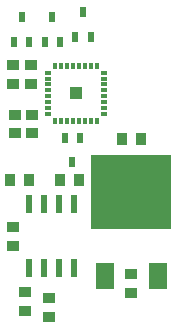
<source format=gtp>
G04 #@! TF.FileFunction,Paste,Top*
%FSLAX46Y46*%
G04 Gerber Fmt 4.6, Leading zero omitted, Abs format (unit mm)*
G04 Created by KiCad (PCBNEW 4.0.2-4+6225~38~ubuntu15.10.1-stable) date Mon 28 Mar 2016 22:58:05 BST*
%MOMM*%
G01*
G04 APERTURE LIST*
%ADD10C,0.100000*%
%ADD11R,0.600000X1.550000*%
%ADD12R,0.950000X1.000000*%
%ADD13R,1.000000X0.950000*%
%ADD14R,6.740000X6.230000*%
%ADD15R,1.524000X2.280000*%
%ADD16R,0.600000X0.300000*%
%ADD17R,0.300000X0.600000*%
%ADD18R,1.002000X1.002000*%
%ADD19R,0.550000X0.850000*%
G04 APERTURE END LIST*
D10*
D11*
X118845000Y-100700000D03*
X120115000Y-100700000D03*
X121385000Y-100700000D03*
X122655000Y-100700000D03*
X122655000Y-95300000D03*
X121385000Y-95300000D03*
X120115000Y-95300000D03*
X118845000Y-95300000D03*
D12*
X117200000Y-93250000D03*
X118800000Y-93250000D03*
D13*
X117500000Y-85100000D03*
X117500000Y-83500000D03*
X119000000Y-85100000D03*
X119000000Y-83500000D03*
X119100000Y-87700000D03*
X119100000Y-89300000D03*
D12*
X126700000Y-89800000D03*
X128300000Y-89800000D03*
D13*
X127500000Y-101200000D03*
X127500000Y-102800000D03*
D12*
X123050000Y-93250000D03*
X121450000Y-93250000D03*
D13*
X117500000Y-97200000D03*
X117500000Y-98800000D03*
D14*
X127500000Y-94250000D03*
D15*
X125220000Y-101395000D03*
X129780000Y-101395000D03*
D16*
X120450000Y-84150000D03*
X120450000Y-84650000D03*
X120450000Y-85150000D03*
X120450000Y-85650000D03*
X120450000Y-86150000D03*
X120450000Y-86650000D03*
X120450000Y-87150000D03*
X120450000Y-87650000D03*
D17*
X121050000Y-88250000D03*
X121550000Y-88250000D03*
X122050000Y-88250000D03*
X122550000Y-88250000D03*
X123050000Y-88250000D03*
X123550000Y-88250000D03*
X124050000Y-88250000D03*
X124550000Y-88250000D03*
D16*
X125150000Y-87650000D03*
X125150000Y-87150000D03*
X125150000Y-86650000D03*
X125150000Y-86150000D03*
X125150000Y-85650000D03*
X125150000Y-85150000D03*
X125150000Y-84650000D03*
X125150000Y-84150000D03*
D17*
X124550000Y-83550000D03*
X124050000Y-83550000D03*
X123550000Y-83550000D03*
X123050000Y-83550000D03*
X122550000Y-83550000D03*
X122050000Y-83550000D03*
X121550000Y-83550000D03*
X121050000Y-83550000D03*
D18*
X122800000Y-85900000D03*
D19*
X122750000Y-81150000D03*
X124050000Y-81150000D03*
X123400000Y-79050000D03*
X120150000Y-81550000D03*
X121450000Y-81550000D03*
X120800000Y-79450000D03*
X117550000Y-81550000D03*
X118850000Y-81550000D03*
X118200000Y-79450000D03*
X123150000Y-89650000D03*
X121850000Y-89650000D03*
X122500000Y-91750000D03*
D13*
X117600000Y-87700000D03*
X117600000Y-89300000D03*
X120500000Y-103200000D03*
X120500000Y-104800000D03*
X118500000Y-102700000D03*
X118500000Y-104300000D03*
M02*

</source>
